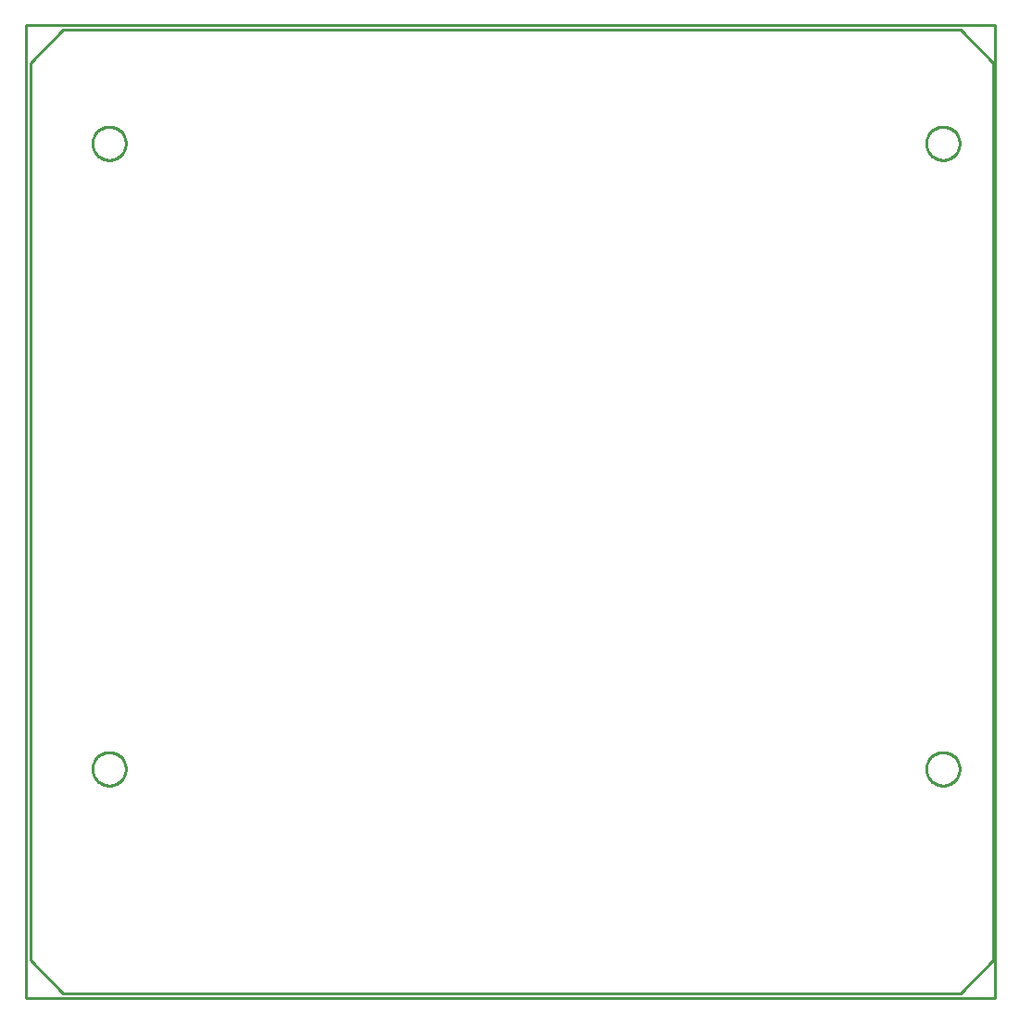
<source format=gko>
G04 EAGLE Gerber RS-274X export*
G75*
%MOMM*%
%FSLAX34Y34*%
%LPD*%
%INBoard Outline*%
%IPPOS*%
%AMOC8*
5,1,8,0,0,1.08239X$1,22.5*%
G01*
%ADD10C,0.000000*%
%ADD11C,0.254000*%


D10*
X0Y0D02*
X885700Y0D01*
X885700Y888900D01*
X0Y888900D01*
X0Y0D01*
X60960Y209550D02*
X60965Y209924D01*
X60978Y210298D01*
X61001Y210671D01*
X61033Y211044D01*
X61075Y211416D01*
X61125Y211786D01*
X61184Y212155D01*
X61253Y212523D01*
X61330Y212889D01*
X61417Y213253D01*
X61512Y213615D01*
X61616Y213974D01*
X61729Y214331D01*
X61851Y214684D01*
X61981Y215035D01*
X62120Y215382D01*
X62267Y215726D01*
X62423Y216066D01*
X62587Y216402D01*
X62760Y216734D01*
X62940Y217062D01*
X63128Y217385D01*
X63324Y217703D01*
X63528Y218017D01*
X63740Y218325D01*
X63959Y218628D01*
X64186Y218926D01*
X64419Y219218D01*
X64660Y219504D01*
X64908Y219785D01*
X65162Y220059D01*
X65424Y220326D01*
X65691Y220588D01*
X65965Y220842D01*
X66246Y221090D01*
X66532Y221331D01*
X66824Y221564D01*
X67122Y221791D01*
X67425Y222010D01*
X67733Y222222D01*
X68047Y222426D01*
X68365Y222622D01*
X68688Y222810D01*
X69016Y222990D01*
X69348Y223163D01*
X69684Y223327D01*
X70024Y223483D01*
X70368Y223630D01*
X70715Y223769D01*
X71066Y223899D01*
X71419Y224021D01*
X71776Y224134D01*
X72135Y224238D01*
X72497Y224333D01*
X72861Y224420D01*
X73227Y224497D01*
X73595Y224566D01*
X73964Y224625D01*
X74334Y224675D01*
X74706Y224717D01*
X75079Y224749D01*
X75452Y224772D01*
X75826Y224785D01*
X76200Y224790D01*
X76574Y224785D01*
X76948Y224772D01*
X77321Y224749D01*
X77694Y224717D01*
X78066Y224675D01*
X78436Y224625D01*
X78805Y224566D01*
X79173Y224497D01*
X79539Y224420D01*
X79903Y224333D01*
X80265Y224238D01*
X80624Y224134D01*
X80981Y224021D01*
X81334Y223899D01*
X81685Y223769D01*
X82032Y223630D01*
X82376Y223483D01*
X82716Y223327D01*
X83052Y223163D01*
X83384Y222990D01*
X83712Y222810D01*
X84035Y222622D01*
X84353Y222426D01*
X84667Y222222D01*
X84975Y222010D01*
X85278Y221791D01*
X85576Y221564D01*
X85868Y221331D01*
X86154Y221090D01*
X86435Y220842D01*
X86709Y220588D01*
X86976Y220326D01*
X87238Y220059D01*
X87492Y219785D01*
X87740Y219504D01*
X87981Y219218D01*
X88214Y218926D01*
X88441Y218628D01*
X88660Y218325D01*
X88872Y218017D01*
X89076Y217703D01*
X89272Y217385D01*
X89460Y217062D01*
X89640Y216734D01*
X89813Y216402D01*
X89977Y216066D01*
X90133Y215726D01*
X90280Y215382D01*
X90419Y215035D01*
X90549Y214684D01*
X90671Y214331D01*
X90784Y213974D01*
X90888Y213615D01*
X90983Y213253D01*
X91070Y212889D01*
X91147Y212523D01*
X91216Y212155D01*
X91275Y211786D01*
X91325Y211416D01*
X91367Y211044D01*
X91399Y210671D01*
X91422Y210298D01*
X91435Y209924D01*
X91440Y209550D01*
X91435Y209176D01*
X91422Y208802D01*
X91399Y208429D01*
X91367Y208056D01*
X91325Y207684D01*
X91275Y207314D01*
X91216Y206945D01*
X91147Y206577D01*
X91070Y206211D01*
X90983Y205847D01*
X90888Y205485D01*
X90784Y205126D01*
X90671Y204769D01*
X90549Y204416D01*
X90419Y204065D01*
X90280Y203718D01*
X90133Y203374D01*
X89977Y203034D01*
X89813Y202698D01*
X89640Y202366D01*
X89460Y202038D01*
X89272Y201715D01*
X89076Y201397D01*
X88872Y201083D01*
X88660Y200775D01*
X88441Y200472D01*
X88214Y200174D01*
X87981Y199882D01*
X87740Y199596D01*
X87492Y199315D01*
X87238Y199041D01*
X86976Y198774D01*
X86709Y198512D01*
X86435Y198258D01*
X86154Y198010D01*
X85868Y197769D01*
X85576Y197536D01*
X85278Y197309D01*
X84975Y197090D01*
X84667Y196878D01*
X84353Y196674D01*
X84035Y196478D01*
X83712Y196290D01*
X83384Y196110D01*
X83052Y195937D01*
X82716Y195773D01*
X82376Y195617D01*
X82032Y195470D01*
X81685Y195331D01*
X81334Y195201D01*
X80981Y195079D01*
X80624Y194966D01*
X80265Y194862D01*
X79903Y194767D01*
X79539Y194680D01*
X79173Y194603D01*
X78805Y194534D01*
X78436Y194475D01*
X78066Y194425D01*
X77694Y194383D01*
X77321Y194351D01*
X76948Y194328D01*
X76574Y194315D01*
X76200Y194310D01*
X75826Y194315D01*
X75452Y194328D01*
X75079Y194351D01*
X74706Y194383D01*
X74334Y194425D01*
X73964Y194475D01*
X73595Y194534D01*
X73227Y194603D01*
X72861Y194680D01*
X72497Y194767D01*
X72135Y194862D01*
X71776Y194966D01*
X71419Y195079D01*
X71066Y195201D01*
X70715Y195331D01*
X70368Y195470D01*
X70024Y195617D01*
X69684Y195773D01*
X69348Y195937D01*
X69016Y196110D01*
X68688Y196290D01*
X68365Y196478D01*
X68047Y196674D01*
X67733Y196878D01*
X67425Y197090D01*
X67122Y197309D01*
X66824Y197536D01*
X66532Y197769D01*
X66246Y198010D01*
X65965Y198258D01*
X65691Y198512D01*
X65424Y198774D01*
X65162Y199041D01*
X64908Y199315D01*
X64660Y199596D01*
X64419Y199882D01*
X64186Y200174D01*
X63959Y200472D01*
X63740Y200775D01*
X63528Y201083D01*
X63324Y201397D01*
X63128Y201715D01*
X62940Y202038D01*
X62760Y202366D01*
X62587Y202698D01*
X62423Y203034D01*
X62267Y203374D01*
X62120Y203718D01*
X61981Y204065D01*
X61851Y204416D01*
X61729Y204769D01*
X61616Y205126D01*
X61512Y205485D01*
X61417Y205847D01*
X61330Y206211D01*
X61253Y206577D01*
X61184Y206945D01*
X61125Y207314D01*
X61075Y207684D01*
X61033Y208056D01*
X61001Y208429D01*
X60978Y208802D01*
X60965Y209176D01*
X60960Y209550D01*
X60960Y781050D02*
X60965Y781424D01*
X60978Y781798D01*
X61001Y782171D01*
X61033Y782544D01*
X61075Y782916D01*
X61125Y783286D01*
X61184Y783655D01*
X61253Y784023D01*
X61330Y784389D01*
X61417Y784753D01*
X61512Y785115D01*
X61616Y785474D01*
X61729Y785831D01*
X61851Y786184D01*
X61981Y786535D01*
X62120Y786882D01*
X62267Y787226D01*
X62423Y787566D01*
X62587Y787902D01*
X62760Y788234D01*
X62940Y788562D01*
X63128Y788885D01*
X63324Y789203D01*
X63528Y789517D01*
X63740Y789825D01*
X63959Y790128D01*
X64186Y790426D01*
X64419Y790718D01*
X64660Y791004D01*
X64908Y791285D01*
X65162Y791559D01*
X65424Y791826D01*
X65691Y792088D01*
X65965Y792342D01*
X66246Y792590D01*
X66532Y792831D01*
X66824Y793064D01*
X67122Y793291D01*
X67425Y793510D01*
X67733Y793722D01*
X68047Y793926D01*
X68365Y794122D01*
X68688Y794310D01*
X69016Y794490D01*
X69348Y794663D01*
X69684Y794827D01*
X70024Y794983D01*
X70368Y795130D01*
X70715Y795269D01*
X71066Y795399D01*
X71419Y795521D01*
X71776Y795634D01*
X72135Y795738D01*
X72497Y795833D01*
X72861Y795920D01*
X73227Y795997D01*
X73595Y796066D01*
X73964Y796125D01*
X74334Y796175D01*
X74706Y796217D01*
X75079Y796249D01*
X75452Y796272D01*
X75826Y796285D01*
X76200Y796290D01*
X76574Y796285D01*
X76948Y796272D01*
X77321Y796249D01*
X77694Y796217D01*
X78066Y796175D01*
X78436Y796125D01*
X78805Y796066D01*
X79173Y795997D01*
X79539Y795920D01*
X79903Y795833D01*
X80265Y795738D01*
X80624Y795634D01*
X80981Y795521D01*
X81334Y795399D01*
X81685Y795269D01*
X82032Y795130D01*
X82376Y794983D01*
X82716Y794827D01*
X83052Y794663D01*
X83384Y794490D01*
X83712Y794310D01*
X84035Y794122D01*
X84353Y793926D01*
X84667Y793722D01*
X84975Y793510D01*
X85278Y793291D01*
X85576Y793064D01*
X85868Y792831D01*
X86154Y792590D01*
X86435Y792342D01*
X86709Y792088D01*
X86976Y791826D01*
X87238Y791559D01*
X87492Y791285D01*
X87740Y791004D01*
X87981Y790718D01*
X88214Y790426D01*
X88441Y790128D01*
X88660Y789825D01*
X88872Y789517D01*
X89076Y789203D01*
X89272Y788885D01*
X89460Y788562D01*
X89640Y788234D01*
X89813Y787902D01*
X89977Y787566D01*
X90133Y787226D01*
X90280Y786882D01*
X90419Y786535D01*
X90549Y786184D01*
X90671Y785831D01*
X90784Y785474D01*
X90888Y785115D01*
X90983Y784753D01*
X91070Y784389D01*
X91147Y784023D01*
X91216Y783655D01*
X91275Y783286D01*
X91325Y782916D01*
X91367Y782544D01*
X91399Y782171D01*
X91422Y781798D01*
X91435Y781424D01*
X91440Y781050D01*
X91435Y780676D01*
X91422Y780302D01*
X91399Y779929D01*
X91367Y779556D01*
X91325Y779184D01*
X91275Y778814D01*
X91216Y778445D01*
X91147Y778077D01*
X91070Y777711D01*
X90983Y777347D01*
X90888Y776985D01*
X90784Y776626D01*
X90671Y776269D01*
X90549Y775916D01*
X90419Y775565D01*
X90280Y775218D01*
X90133Y774874D01*
X89977Y774534D01*
X89813Y774198D01*
X89640Y773866D01*
X89460Y773538D01*
X89272Y773215D01*
X89076Y772897D01*
X88872Y772583D01*
X88660Y772275D01*
X88441Y771972D01*
X88214Y771674D01*
X87981Y771382D01*
X87740Y771096D01*
X87492Y770815D01*
X87238Y770541D01*
X86976Y770274D01*
X86709Y770012D01*
X86435Y769758D01*
X86154Y769510D01*
X85868Y769269D01*
X85576Y769036D01*
X85278Y768809D01*
X84975Y768590D01*
X84667Y768378D01*
X84353Y768174D01*
X84035Y767978D01*
X83712Y767790D01*
X83384Y767610D01*
X83052Y767437D01*
X82716Y767273D01*
X82376Y767117D01*
X82032Y766970D01*
X81685Y766831D01*
X81334Y766701D01*
X80981Y766579D01*
X80624Y766466D01*
X80265Y766362D01*
X79903Y766267D01*
X79539Y766180D01*
X79173Y766103D01*
X78805Y766034D01*
X78436Y765975D01*
X78066Y765925D01*
X77694Y765883D01*
X77321Y765851D01*
X76948Y765828D01*
X76574Y765815D01*
X76200Y765810D01*
X75826Y765815D01*
X75452Y765828D01*
X75079Y765851D01*
X74706Y765883D01*
X74334Y765925D01*
X73964Y765975D01*
X73595Y766034D01*
X73227Y766103D01*
X72861Y766180D01*
X72497Y766267D01*
X72135Y766362D01*
X71776Y766466D01*
X71419Y766579D01*
X71066Y766701D01*
X70715Y766831D01*
X70368Y766970D01*
X70024Y767117D01*
X69684Y767273D01*
X69348Y767437D01*
X69016Y767610D01*
X68688Y767790D01*
X68365Y767978D01*
X68047Y768174D01*
X67733Y768378D01*
X67425Y768590D01*
X67122Y768809D01*
X66824Y769036D01*
X66532Y769269D01*
X66246Y769510D01*
X65965Y769758D01*
X65691Y770012D01*
X65424Y770274D01*
X65162Y770541D01*
X64908Y770815D01*
X64660Y771096D01*
X64419Y771382D01*
X64186Y771674D01*
X63959Y771972D01*
X63740Y772275D01*
X63528Y772583D01*
X63324Y772897D01*
X63128Y773215D01*
X62940Y773538D01*
X62760Y773866D01*
X62587Y774198D01*
X62423Y774534D01*
X62267Y774874D01*
X62120Y775218D01*
X61981Y775565D01*
X61851Y775916D01*
X61729Y776269D01*
X61616Y776626D01*
X61512Y776985D01*
X61417Y777347D01*
X61330Y777711D01*
X61253Y778077D01*
X61184Y778445D01*
X61125Y778814D01*
X61075Y779184D01*
X61033Y779556D01*
X61001Y779929D01*
X60978Y780302D01*
X60965Y780676D01*
X60960Y781050D01*
X822960Y781050D02*
X822965Y781424D01*
X822978Y781798D01*
X823001Y782171D01*
X823033Y782544D01*
X823075Y782916D01*
X823125Y783286D01*
X823184Y783655D01*
X823253Y784023D01*
X823330Y784389D01*
X823417Y784753D01*
X823512Y785115D01*
X823616Y785474D01*
X823729Y785831D01*
X823851Y786184D01*
X823981Y786535D01*
X824120Y786882D01*
X824267Y787226D01*
X824423Y787566D01*
X824587Y787902D01*
X824760Y788234D01*
X824940Y788562D01*
X825128Y788885D01*
X825324Y789203D01*
X825528Y789517D01*
X825740Y789825D01*
X825959Y790128D01*
X826186Y790426D01*
X826419Y790718D01*
X826660Y791004D01*
X826908Y791285D01*
X827162Y791559D01*
X827424Y791826D01*
X827691Y792088D01*
X827965Y792342D01*
X828246Y792590D01*
X828532Y792831D01*
X828824Y793064D01*
X829122Y793291D01*
X829425Y793510D01*
X829733Y793722D01*
X830047Y793926D01*
X830365Y794122D01*
X830688Y794310D01*
X831016Y794490D01*
X831348Y794663D01*
X831684Y794827D01*
X832024Y794983D01*
X832368Y795130D01*
X832715Y795269D01*
X833066Y795399D01*
X833419Y795521D01*
X833776Y795634D01*
X834135Y795738D01*
X834497Y795833D01*
X834861Y795920D01*
X835227Y795997D01*
X835595Y796066D01*
X835964Y796125D01*
X836334Y796175D01*
X836706Y796217D01*
X837079Y796249D01*
X837452Y796272D01*
X837826Y796285D01*
X838200Y796290D01*
X838574Y796285D01*
X838948Y796272D01*
X839321Y796249D01*
X839694Y796217D01*
X840066Y796175D01*
X840436Y796125D01*
X840805Y796066D01*
X841173Y795997D01*
X841539Y795920D01*
X841903Y795833D01*
X842265Y795738D01*
X842624Y795634D01*
X842981Y795521D01*
X843334Y795399D01*
X843685Y795269D01*
X844032Y795130D01*
X844376Y794983D01*
X844716Y794827D01*
X845052Y794663D01*
X845384Y794490D01*
X845712Y794310D01*
X846035Y794122D01*
X846353Y793926D01*
X846667Y793722D01*
X846975Y793510D01*
X847278Y793291D01*
X847576Y793064D01*
X847868Y792831D01*
X848154Y792590D01*
X848435Y792342D01*
X848709Y792088D01*
X848976Y791826D01*
X849238Y791559D01*
X849492Y791285D01*
X849740Y791004D01*
X849981Y790718D01*
X850214Y790426D01*
X850441Y790128D01*
X850660Y789825D01*
X850872Y789517D01*
X851076Y789203D01*
X851272Y788885D01*
X851460Y788562D01*
X851640Y788234D01*
X851813Y787902D01*
X851977Y787566D01*
X852133Y787226D01*
X852280Y786882D01*
X852419Y786535D01*
X852549Y786184D01*
X852671Y785831D01*
X852784Y785474D01*
X852888Y785115D01*
X852983Y784753D01*
X853070Y784389D01*
X853147Y784023D01*
X853216Y783655D01*
X853275Y783286D01*
X853325Y782916D01*
X853367Y782544D01*
X853399Y782171D01*
X853422Y781798D01*
X853435Y781424D01*
X853440Y781050D01*
X853435Y780676D01*
X853422Y780302D01*
X853399Y779929D01*
X853367Y779556D01*
X853325Y779184D01*
X853275Y778814D01*
X853216Y778445D01*
X853147Y778077D01*
X853070Y777711D01*
X852983Y777347D01*
X852888Y776985D01*
X852784Y776626D01*
X852671Y776269D01*
X852549Y775916D01*
X852419Y775565D01*
X852280Y775218D01*
X852133Y774874D01*
X851977Y774534D01*
X851813Y774198D01*
X851640Y773866D01*
X851460Y773538D01*
X851272Y773215D01*
X851076Y772897D01*
X850872Y772583D01*
X850660Y772275D01*
X850441Y771972D01*
X850214Y771674D01*
X849981Y771382D01*
X849740Y771096D01*
X849492Y770815D01*
X849238Y770541D01*
X848976Y770274D01*
X848709Y770012D01*
X848435Y769758D01*
X848154Y769510D01*
X847868Y769269D01*
X847576Y769036D01*
X847278Y768809D01*
X846975Y768590D01*
X846667Y768378D01*
X846353Y768174D01*
X846035Y767978D01*
X845712Y767790D01*
X845384Y767610D01*
X845052Y767437D01*
X844716Y767273D01*
X844376Y767117D01*
X844032Y766970D01*
X843685Y766831D01*
X843334Y766701D01*
X842981Y766579D01*
X842624Y766466D01*
X842265Y766362D01*
X841903Y766267D01*
X841539Y766180D01*
X841173Y766103D01*
X840805Y766034D01*
X840436Y765975D01*
X840066Y765925D01*
X839694Y765883D01*
X839321Y765851D01*
X838948Y765828D01*
X838574Y765815D01*
X838200Y765810D01*
X837826Y765815D01*
X837452Y765828D01*
X837079Y765851D01*
X836706Y765883D01*
X836334Y765925D01*
X835964Y765975D01*
X835595Y766034D01*
X835227Y766103D01*
X834861Y766180D01*
X834497Y766267D01*
X834135Y766362D01*
X833776Y766466D01*
X833419Y766579D01*
X833066Y766701D01*
X832715Y766831D01*
X832368Y766970D01*
X832024Y767117D01*
X831684Y767273D01*
X831348Y767437D01*
X831016Y767610D01*
X830688Y767790D01*
X830365Y767978D01*
X830047Y768174D01*
X829733Y768378D01*
X829425Y768590D01*
X829122Y768809D01*
X828824Y769036D01*
X828532Y769269D01*
X828246Y769510D01*
X827965Y769758D01*
X827691Y770012D01*
X827424Y770274D01*
X827162Y770541D01*
X826908Y770815D01*
X826660Y771096D01*
X826419Y771382D01*
X826186Y771674D01*
X825959Y771972D01*
X825740Y772275D01*
X825528Y772583D01*
X825324Y772897D01*
X825128Y773215D01*
X824940Y773538D01*
X824760Y773866D01*
X824587Y774198D01*
X824423Y774534D01*
X824267Y774874D01*
X824120Y775218D01*
X823981Y775565D01*
X823851Y775916D01*
X823729Y776269D01*
X823616Y776626D01*
X823512Y776985D01*
X823417Y777347D01*
X823330Y777711D01*
X823253Y778077D01*
X823184Y778445D01*
X823125Y778814D01*
X823075Y779184D01*
X823033Y779556D01*
X823001Y779929D01*
X822978Y780302D01*
X822965Y780676D01*
X822960Y781050D01*
X822960Y209550D02*
X822965Y209924D01*
X822978Y210298D01*
X823001Y210671D01*
X823033Y211044D01*
X823075Y211416D01*
X823125Y211786D01*
X823184Y212155D01*
X823253Y212523D01*
X823330Y212889D01*
X823417Y213253D01*
X823512Y213615D01*
X823616Y213974D01*
X823729Y214331D01*
X823851Y214684D01*
X823981Y215035D01*
X824120Y215382D01*
X824267Y215726D01*
X824423Y216066D01*
X824587Y216402D01*
X824760Y216734D01*
X824940Y217062D01*
X825128Y217385D01*
X825324Y217703D01*
X825528Y218017D01*
X825740Y218325D01*
X825959Y218628D01*
X826186Y218926D01*
X826419Y219218D01*
X826660Y219504D01*
X826908Y219785D01*
X827162Y220059D01*
X827424Y220326D01*
X827691Y220588D01*
X827965Y220842D01*
X828246Y221090D01*
X828532Y221331D01*
X828824Y221564D01*
X829122Y221791D01*
X829425Y222010D01*
X829733Y222222D01*
X830047Y222426D01*
X830365Y222622D01*
X830688Y222810D01*
X831016Y222990D01*
X831348Y223163D01*
X831684Y223327D01*
X832024Y223483D01*
X832368Y223630D01*
X832715Y223769D01*
X833066Y223899D01*
X833419Y224021D01*
X833776Y224134D01*
X834135Y224238D01*
X834497Y224333D01*
X834861Y224420D01*
X835227Y224497D01*
X835595Y224566D01*
X835964Y224625D01*
X836334Y224675D01*
X836706Y224717D01*
X837079Y224749D01*
X837452Y224772D01*
X837826Y224785D01*
X838200Y224790D01*
X838574Y224785D01*
X838948Y224772D01*
X839321Y224749D01*
X839694Y224717D01*
X840066Y224675D01*
X840436Y224625D01*
X840805Y224566D01*
X841173Y224497D01*
X841539Y224420D01*
X841903Y224333D01*
X842265Y224238D01*
X842624Y224134D01*
X842981Y224021D01*
X843334Y223899D01*
X843685Y223769D01*
X844032Y223630D01*
X844376Y223483D01*
X844716Y223327D01*
X845052Y223163D01*
X845384Y222990D01*
X845712Y222810D01*
X846035Y222622D01*
X846353Y222426D01*
X846667Y222222D01*
X846975Y222010D01*
X847278Y221791D01*
X847576Y221564D01*
X847868Y221331D01*
X848154Y221090D01*
X848435Y220842D01*
X848709Y220588D01*
X848976Y220326D01*
X849238Y220059D01*
X849492Y219785D01*
X849740Y219504D01*
X849981Y219218D01*
X850214Y218926D01*
X850441Y218628D01*
X850660Y218325D01*
X850872Y218017D01*
X851076Y217703D01*
X851272Y217385D01*
X851460Y217062D01*
X851640Y216734D01*
X851813Y216402D01*
X851977Y216066D01*
X852133Y215726D01*
X852280Y215382D01*
X852419Y215035D01*
X852549Y214684D01*
X852671Y214331D01*
X852784Y213974D01*
X852888Y213615D01*
X852983Y213253D01*
X853070Y212889D01*
X853147Y212523D01*
X853216Y212155D01*
X853275Y211786D01*
X853325Y211416D01*
X853367Y211044D01*
X853399Y210671D01*
X853422Y210298D01*
X853435Y209924D01*
X853440Y209550D01*
X853435Y209176D01*
X853422Y208802D01*
X853399Y208429D01*
X853367Y208056D01*
X853325Y207684D01*
X853275Y207314D01*
X853216Y206945D01*
X853147Y206577D01*
X853070Y206211D01*
X852983Y205847D01*
X852888Y205485D01*
X852784Y205126D01*
X852671Y204769D01*
X852549Y204416D01*
X852419Y204065D01*
X852280Y203718D01*
X852133Y203374D01*
X851977Y203034D01*
X851813Y202698D01*
X851640Y202366D01*
X851460Y202038D01*
X851272Y201715D01*
X851076Y201397D01*
X850872Y201083D01*
X850660Y200775D01*
X850441Y200472D01*
X850214Y200174D01*
X849981Y199882D01*
X849740Y199596D01*
X849492Y199315D01*
X849238Y199041D01*
X848976Y198774D01*
X848709Y198512D01*
X848435Y198258D01*
X848154Y198010D01*
X847868Y197769D01*
X847576Y197536D01*
X847278Y197309D01*
X846975Y197090D01*
X846667Y196878D01*
X846353Y196674D01*
X846035Y196478D01*
X845712Y196290D01*
X845384Y196110D01*
X845052Y195937D01*
X844716Y195773D01*
X844376Y195617D01*
X844032Y195470D01*
X843685Y195331D01*
X843334Y195201D01*
X842981Y195079D01*
X842624Y194966D01*
X842265Y194862D01*
X841903Y194767D01*
X841539Y194680D01*
X841173Y194603D01*
X840805Y194534D01*
X840436Y194475D01*
X840066Y194425D01*
X839694Y194383D01*
X839321Y194351D01*
X838948Y194328D01*
X838574Y194315D01*
X838200Y194310D01*
X837826Y194315D01*
X837452Y194328D01*
X837079Y194351D01*
X836706Y194383D01*
X836334Y194425D01*
X835964Y194475D01*
X835595Y194534D01*
X835227Y194603D01*
X834861Y194680D01*
X834497Y194767D01*
X834135Y194862D01*
X833776Y194966D01*
X833419Y195079D01*
X833066Y195201D01*
X832715Y195331D01*
X832368Y195470D01*
X832024Y195617D01*
X831684Y195773D01*
X831348Y195937D01*
X831016Y196110D01*
X830688Y196290D01*
X830365Y196478D01*
X830047Y196674D01*
X829733Y196878D01*
X829425Y197090D01*
X829122Y197309D01*
X828824Y197536D01*
X828532Y197769D01*
X828246Y198010D01*
X827965Y198258D01*
X827691Y198512D01*
X827424Y198774D01*
X827162Y199041D01*
X826908Y199315D01*
X826660Y199596D01*
X826419Y199882D01*
X826186Y200174D01*
X825959Y200472D01*
X825740Y200775D01*
X825528Y201083D01*
X825324Y201397D01*
X825128Y201715D01*
X824940Y202038D01*
X824760Y202366D01*
X824587Y202698D01*
X824423Y203034D01*
X824267Y203374D01*
X824120Y203718D01*
X823981Y204065D01*
X823851Y204416D01*
X823729Y204769D01*
X823616Y205126D01*
X823512Y205485D01*
X823417Y205847D01*
X823330Y206211D01*
X823253Y206577D01*
X823184Y206945D01*
X823125Y207314D01*
X823075Y207684D01*
X823033Y208056D01*
X823001Y208429D01*
X822978Y208802D01*
X822965Y209176D01*
X822960Y209550D01*
X34500Y4500D02*
X4500Y34500D01*
X4500Y854500D01*
X34500Y884500D01*
X854500Y884500D01*
X884500Y854500D01*
X884500Y34500D01*
X854500Y4500D01*
X34500Y4500D01*
D11*
X0Y0D02*
X885700Y0D01*
X885700Y888900D01*
X0Y888900D01*
X0Y0D01*
X4500Y34500D02*
X34500Y4500D01*
X854500Y4500D01*
X884500Y34500D01*
X884500Y854500D01*
X854500Y884500D01*
X34500Y884500D01*
X4500Y854500D01*
X4500Y34500D01*
X91440Y209006D02*
X91362Y207920D01*
X91207Y206842D01*
X90976Y205779D01*
X90669Y204734D01*
X90289Y203714D01*
X89837Y202724D01*
X89315Y201769D01*
X88726Y200853D01*
X88074Y199981D01*
X87361Y199159D01*
X86591Y198389D01*
X85769Y197676D01*
X84897Y197024D01*
X83981Y196435D01*
X83026Y195913D01*
X82036Y195461D01*
X81016Y195081D01*
X79971Y194774D01*
X78908Y194543D01*
X77830Y194388D01*
X76744Y194310D01*
X75656Y194310D01*
X74570Y194388D01*
X73492Y194543D01*
X72429Y194774D01*
X71384Y195081D01*
X70364Y195461D01*
X69374Y195913D01*
X68419Y196435D01*
X67503Y197024D01*
X66631Y197676D01*
X65809Y198389D01*
X65039Y199159D01*
X64326Y199981D01*
X63674Y200853D01*
X63085Y201769D01*
X62563Y202724D01*
X62111Y203714D01*
X61731Y204734D01*
X61424Y205779D01*
X61193Y206842D01*
X61038Y207920D01*
X60960Y209006D01*
X60960Y210094D01*
X61038Y211180D01*
X61193Y212258D01*
X61424Y213321D01*
X61731Y214366D01*
X62111Y215386D01*
X62563Y216376D01*
X63085Y217331D01*
X63674Y218247D01*
X64326Y219119D01*
X65039Y219941D01*
X65809Y220711D01*
X66631Y221424D01*
X67503Y222076D01*
X68419Y222665D01*
X69374Y223187D01*
X70364Y223639D01*
X71384Y224019D01*
X72429Y224326D01*
X73492Y224557D01*
X74570Y224712D01*
X75656Y224790D01*
X76744Y224790D01*
X77830Y224712D01*
X78908Y224557D01*
X79971Y224326D01*
X81016Y224019D01*
X82036Y223639D01*
X83026Y223187D01*
X83981Y222665D01*
X84897Y222076D01*
X85769Y221424D01*
X86591Y220711D01*
X87361Y219941D01*
X88074Y219119D01*
X88726Y218247D01*
X89315Y217331D01*
X89837Y216376D01*
X90289Y215386D01*
X90669Y214366D01*
X90976Y213321D01*
X91207Y212258D01*
X91362Y211180D01*
X91440Y210094D01*
X91440Y209006D01*
X91440Y780506D02*
X91362Y779420D01*
X91207Y778342D01*
X90976Y777279D01*
X90669Y776234D01*
X90289Y775214D01*
X89837Y774224D01*
X89315Y773269D01*
X88726Y772353D01*
X88074Y771481D01*
X87361Y770659D01*
X86591Y769889D01*
X85769Y769176D01*
X84897Y768524D01*
X83981Y767935D01*
X83026Y767413D01*
X82036Y766961D01*
X81016Y766581D01*
X79971Y766274D01*
X78908Y766043D01*
X77830Y765888D01*
X76744Y765810D01*
X75656Y765810D01*
X74570Y765888D01*
X73492Y766043D01*
X72429Y766274D01*
X71384Y766581D01*
X70364Y766961D01*
X69374Y767413D01*
X68419Y767935D01*
X67503Y768524D01*
X66631Y769176D01*
X65809Y769889D01*
X65039Y770659D01*
X64326Y771481D01*
X63674Y772353D01*
X63085Y773269D01*
X62563Y774224D01*
X62111Y775214D01*
X61731Y776234D01*
X61424Y777279D01*
X61193Y778342D01*
X61038Y779420D01*
X60960Y780506D01*
X60960Y781594D01*
X61038Y782680D01*
X61193Y783758D01*
X61424Y784821D01*
X61731Y785866D01*
X62111Y786886D01*
X62563Y787876D01*
X63085Y788831D01*
X63674Y789747D01*
X64326Y790619D01*
X65039Y791441D01*
X65809Y792211D01*
X66631Y792924D01*
X67503Y793576D01*
X68419Y794165D01*
X69374Y794687D01*
X70364Y795139D01*
X71384Y795519D01*
X72429Y795826D01*
X73492Y796057D01*
X74570Y796212D01*
X75656Y796290D01*
X76744Y796290D01*
X77830Y796212D01*
X78908Y796057D01*
X79971Y795826D01*
X81016Y795519D01*
X82036Y795139D01*
X83026Y794687D01*
X83981Y794165D01*
X84897Y793576D01*
X85769Y792924D01*
X86591Y792211D01*
X87361Y791441D01*
X88074Y790619D01*
X88726Y789747D01*
X89315Y788831D01*
X89837Y787876D01*
X90289Y786886D01*
X90669Y785866D01*
X90976Y784821D01*
X91207Y783758D01*
X91362Y782680D01*
X91440Y781594D01*
X91440Y780506D01*
X853440Y780506D02*
X853362Y779420D01*
X853207Y778342D01*
X852976Y777279D01*
X852669Y776234D01*
X852289Y775214D01*
X851837Y774224D01*
X851315Y773269D01*
X850726Y772353D01*
X850074Y771481D01*
X849361Y770659D01*
X848591Y769889D01*
X847769Y769176D01*
X846897Y768524D01*
X845981Y767935D01*
X845026Y767413D01*
X844036Y766961D01*
X843016Y766581D01*
X841971Y766274D01*
X840908Y766043D01*
X839830Y765888D01*
X838744Y765810D01*
X837656Y765810D01*
X836570Y765888D01*
X835492Y766043D01*
X834429Y766274D01*
X833384Y766581D01*
X832364Y766961D01*
X831374Y767413D01*
X830419Y767935D01*
X829503Y768524D01*
X828631Y769176D01*
X827809Y769889D01*
X827039Y770659D01*
X826326Y771481D01*
X825674Y772353D01*
X825085Y773269D01*
X824563Y774224D01*
X824111Y775214D01*
X823731Y776234D01*
X823424Y777279D01*
X823193Y778342D01*
X823038Y779420D01*
X822960Y780506D01*
X822960Y781594D01*
X823038Y782680D01*
X823193Y783758D01*
X823424Y784821D01*
X823731Y785866D01*
X824111Y786886D01*
X824563Y787876D01*
X825085Y788831D01*
X825674Y789747D01*
X826326Y790619D01*
X827039Y791441D01*
X827809Y792211D01*
X828631Y792924D01*
X829503Y793576D01*
X830419Y794165D01*
X831374Y794687D01*
X832364Y795139D01*
X833384Y795519D01*
X834429Y795826D01*
X835492Y796057D01*
X836570Y796212D01*
X837656Y796290D01*
X838744Y796290D01*
X839830Y796212D01*
X840908Y796057D01*
X841971Y795826D01*
X843016Y795519D01*
X844036Y795139D01*
X845026Y794687D01*
X845981Y794165D01*
X846897Y793576D01*
X847769Y792924D01*
X848591Y792211D01*
X849361Y791441D01*
X850074Y790619D01*
X850726Y789747D01*
X851315Y788831D01*
X851837Y787876D01*
X852289Y786886D01*
X852669Y785866D01*
X852976Y784821D01*
X853207Y783758D01*
X853362Y782680D01*
X853440Y781594D01*
X853440Y780506D01*
X853440Y209006D02*
X853362Y207920D01*
X853207Y206842D01*
X852976Y205779D01*
X852669Y204734D01*
X852289Y203714D01*
X851837Y202724D01*
X851315Y201769D01*
X850726Y200853D01*
X850074Y199981D01*
X849361Y199159D01*
X848591Y198389D01*
X847769Y197676D01*
X846897Y197024D01*
X845981Y196435D01*
X845026Y195913D01*
X844036Y195461D01*
X843016Y195081D01*
X841971Y194774D01*
X840908Y194543D01*
X839830Y194388D01*
X838744Y194310D01*
X837656Y194310D01*
X836570Y194388D01*
X835492Y194543D01*
X834429Y194774D01*
X833384Y195081D01*
X832364Y195461D01*
X831374Y195913D01*
X830419Y196435D01*
X829503Y197024D01*
X828631Y197676D01*
X827809Y198389D01*
X827039Y199159D01*
X826326Y199981D01*
X825674Y200853D01*
X825085Y201769D01*
X824563Y202724D01*
X824111Y203714D01*
X823731Y204734D01*
X823424Y205779D01*
X823193Y206842D01*
X823038Y207920D01*
X822960Y209006D01*
X822960Y210094D01*
X823038Y211180D01*
X823193Y212258D01*
X823424Y213321D01*
X823731Y214366D01*
X824111Y215386D01*
X824563Y216376D01*
X825085Y217331D01*
X825674Y218247D01*
X826326Y219119D01*
X827039Y219941D01*
X827809Y220711D01*
X828631Y221424D01*
X829503Y222076D01*
X830419Y222665D01*
X831374Y223187D01*
X832364Y223639D01*
X833384Y224019D01*
X834429Y224326D01*
X835492Y224557D01*
X836570Y224712D01*
X837656Y224790D01*
X838744Y224790D01*
X839830Y224712D01*
X840908Y224557D01*
X841971Y224326D01*
X843016Y224019D01*
X844036Y223639D01*
X845026Y223187D01*
X845981Y222665D01*
X846897Y222076D01*
X847769Y221424D01*
X848591Y220711D01*
X849361Y219941D01*
X850074Y219119D01*
X850726Y218247D01*
X851315Y217331D01*
X851837Y216376D01*
X852289Y215386D01*
X852669Y214366D01*
X852976Y213321D01*
X853207Y212258D01*
X853362Y211180D01*
X853440Y210094D01*
X853440Y209006D01*
M02*

</source>
